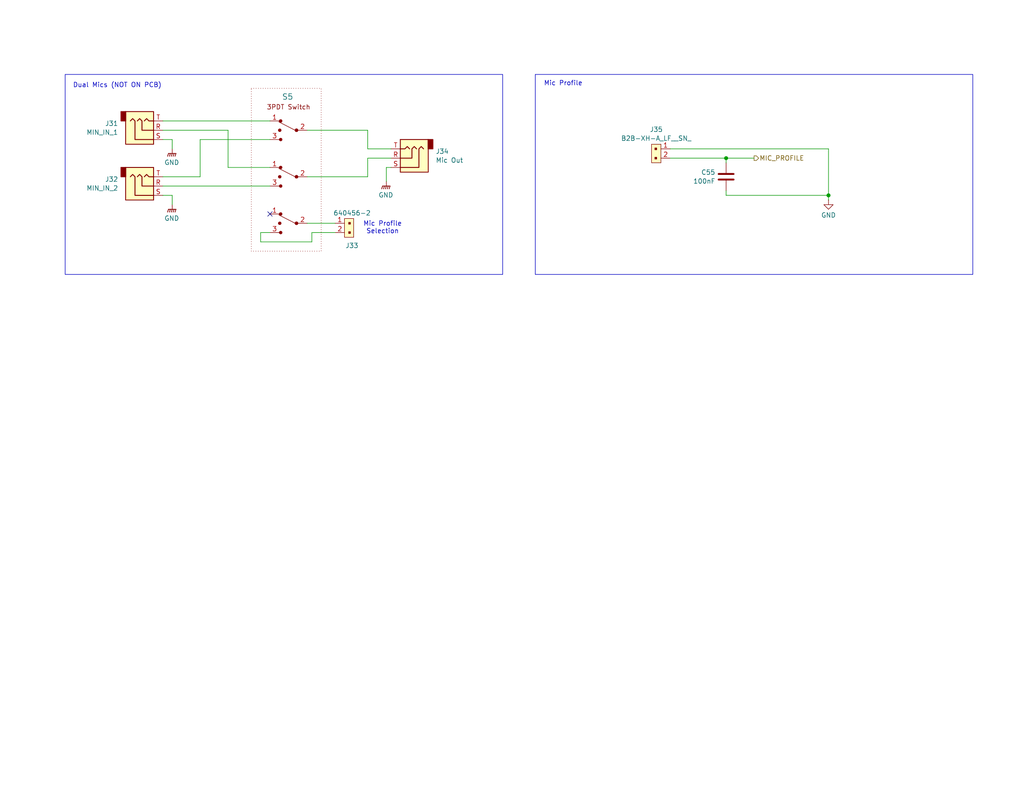
<source format=kicad_sch>
(kicad_sch (version 20250114) (generator "eeschema") (generator_version "9.0")
  (paper "USLetter")
  (title_block (title "KD0RC TeensyMaestro") (date "2025-07-27") (rev "v3.0") (company "NV0E") (comment 1 "Based on original design by KD0RC.") (comment 3 "PCB design by NV0E"))
  (lib_symbols
    (symbol "Connector_Audio:AudioJack3"
      (property "Reference" "J" (at 0 8.89 0))
      (property "Value" "AudioJack3" (at 0 6.35 0))
      (symbol "AudioJack3_0_1"
        (rectangle (start -5.08 -5.08) (end -6.35 -2.54) (stroke (width 0.254)) (fill (type outline)))
        (polyline (pts (xy -1.905 -2.54) (xy -1.27 -3.175) (xy -0.635 -2.54) (xy -0.635 0) (xy 2.54 0)) (stroke (width 0.254)))
        (polyline (pts (xy 0 -2.54) (xy 0.635 -3.175) (xy 1.27 -2.54) (xy 2.54 -2.54)) (stroke (width 0.254)))
        (rectangle (start 2.54 3.81) (end -5.08 -5.08) (stroke (width 0.254)) (fill (type background)))
        (polyline (pts (xy 2.54 2.54) (xy -2.54 2.54) (xy -2.54 -2.54) (xy -3.175 -3.175) (xy -3.81 -2.54)) (stroke (width 0.254)))
      )
      (symbol "AudioJack3_1_1"
        (pin passive line (at 5.08 2.54 180) (length 2.54) (name "~") (number "S"))
        (pin passive line (at 5.08 0 180) (length 2.54) (name "~") (number "R"))
        (pin passive line (at 5.08 -2.54 180) (length 2.54) (name "~") (number "T"))
      )
    )
    (symbol "Device:C" (pin_numbers (hide yes)) (pin_names (offset 0.254))
      (property "Reference" "C" (at 0.635 2.54 0))
      (property "Value" "C" (at 0.635 -2.54 0))
      (symbol "C_0_1"
        (polyline (pts (xy -2.032 0.762) (xy 2.032 0.762)) (stroke (width 0.508)))
        (polyline (pts (xy -2.032 -0.762) (xy 2.032 -0.762)) (stroke (width 0.508)))
      )
      (symbol "C_1_1"
        (pin passive line (at 0 3.81 270) (length 2.794) (name "~") (number "1"))
        (pin passive line (at 0 -3.81 90) (length 2.794) (name "~") (number "2"))
      )
    )
    (symbol "dk_Rectangular-Connectors-Headers-Male-Pins:640456-2" (pin_names (offset 1.016))
      (property "Reference" "J" (at -2.54 1.27 0))
      (property "Value" "640456-2" (at 1.27 -3.81 0))
      (symbol "640456-2_1_1"
        (rectangle (start -1.27 0) (end 3.81 -2.54) (fill (type background)))
        (rectangle (start -0.254 -1.143) (end 0.254 -1.651) (fill (type outline)))
        (rectangle (start 2.286 -1.143) (end 2.794 -1.651) (fill (type outline)))
        (pin passive line (at 0 2.54 270) (length 2.54) (name "~") (number "1"))
        (pin passive line (at 2.54 2.54 270) (length 2.54) (name "~") (number "2"))
      )
    )
    (symbol "dk_Rectangular-Connectors-Headers-Male-Pins:B2B-XH-A_LF__SN_" (pin_names (offset 1.016))
      (property "Reference" "J" (at -2.54 -1.27 0))
      (property "Value" "B2B-XH-A_LF__SN_" (at 1.27 -3.81 0))
      (symbol "B2B-XH-A_LF__SN__1_1"
        (rectangle (start -1.27 0) (end 3.81 -2.54) (fill (type background)))
        (rectangle (start -0.254 -1.143) (end 0.254 -1.651) (fill (type outline)))
        (rectangle (start 2.286 -1.143) (end 2.794 -1.651) (fill (type outline)))
        (pin passive line (at 0 2.54 270) (length 2.54) (name "~") (number "1"))
        (pin passive line (at 2.54 2.54 270) (length 2.54) (name "~") (number "2"))
      )
    )
    (symbol "dk_Toggle-Switches:100SP1T1B4M2QE" (pin_names (offset 0) (hide yes))
      (property "Reference" "S" (at -3.81 2.54 0))
      (property "Value" "100SP1T1B4M2QE" (at 0 -5.715 0))
      (symbol "100SP1T1B4M2QE_0_1"
        (circle (center -2.159 0) (radius 0.4064) (fill (type outline)))
        (circle (center 2.159 2.54) (radius 0.381) (fill (type outline)))
        (circle (center 2.159 -2.54) (radius 0.381) (fill (type outline)))
        (circle (center 2.413 0) (radius 0.381) (fill (type outline)))
        (polyline (pts (xy 2.667 2.286) (xy -1.778 0)))
      )
      (symbol "100SP1T1B4M2QE_1_1"
        (pin passive line (at -5.08 0 0) (length 2.54) (name "Com") (number "2"))
        (pin passive line (at 5.08 2.54 180) (length 2.54) (name "~") (number "1"))
        (pin passive line (at 5.08 -2.54 180) (length 2.54) (name "~") (number "3"))
      )
    )
    (symbol "power:GND" (power) (pin_numbers (hide yes)) (pin_names (offset 0) (hide yes))
      (property "Value" "GND" (at 0 -3.81 0))
      (symbol "GND_0_1"
        (polyline (pts (xy 0 0) (xy 0 -1.27) (xy 1.27 -1.27) (xy 0 -2.54) (xy -1.27 -1.27) (xy 0 -1.27)))
      )
      (symbol "GND_1_1"
        (pin power_in line (at 0 0 270) (length 0) (name "~") (number "1"))
      )
    )
    (symbol "power:GNDPWR" (power) (pin_numbers (hide yes)) (pin_names (offset 0) (hide yes))
      (property "Value" "GNDPWR" (at 0 -3.302 0))
      (symbol "GNDPWR_0_1"
        (polyline (pts (xy -1.016 -1.27) (xy -1.27 -2.032) (xy -1.27 -2.032)) (stroke (width 0.2032)))
        (polyline (pts (xy -0.508 -1.27) (xy -0.762 -2.032) (xy -0.762 -2.032)) (stroke (width 0.2032)))
        (polyline (pts (xy 0 -1.27) (xy 0 0)))
        (polyline (pts (xy 0 -1.27) (xy -0.254 -2.032) (xy -0.254 -2.032)) (stroke (width 0.2032)))
        (polyline (pts (xy 0.508 -1.27) (xy 0.254 -2.032) (xy 0.254 -2.032)) (stroke (width 0.2032)))
        (polyline (pts (xy 1.016 -1.27) (xy -1.016 -1.27) (xy -1.016 -1.27)) (stroke (width 0.2032)))
        (polyline (pts (xy 1.016 -1.27) (xy 0.762 -2.032) (xy 0.762 -2.032) (xy 0.762 -2.032)) (stroke (width 0.2032)))
      )
      (symbol "GNDPWR_1_1"
        (pin power_in line (at 0 0 270) (length 0) (name "~") (number "1"))
      )
    )
  )
  (rectangle (start 17.78 20.32) (end 137.16 74.93))
  (rectangle (start 68.58 24.13) (end 87.63 68.58) (stroke (width 0) (type dot) (color 132 0 0 1)))
  (rectangle (start 146.05 20.32) (end 265.43 74.93))
  (text "Mic Profile\nSelection" (at 104.394 62.23 0) (effects (font (size 1.27 1.27))))
  (text "Mic Profile" (at 153.67 22.86 0) (effects (font (size 1.27 1.27))))
  (text "3PDT Switch" (at 78.74 29.464 0) (effects (font (size 1.27 1.27))))
  (text "Dual Mics (NOT ON PCB)" (at 32.004 23.368 0) (effects (font (size 1.27 1.27))))
  (junction (at 198.12 43.18))
  (junction (at 226.06 53.34))
  (no_connect (at 73.66 58.42))
  (wire (pts (xy 100.33 35.56) (xy 100.33 40.64)))
  (wire (pts (xy 100.33 40.64) (xy 106.68 40.64)))
  (wire (pts (xy 182.88 43.18) (xy 198.12 43.18)))
  (wire (pts (xy 198.12 53.34) (xy 226.06 53.34)))
  (wire (pts (xy 105.41 45.72) (xy 105.41 49.53)))
  (wire (pts (xy 54.61 38.1) (xy 54.61 48.26)))
  (wire (pts (xy 226.06 40.64) (xy 226.06 53.34)))
  (wire (pts (xy 198.12 43.18) (xy 205.74 43.18)))
  (wire (pts (xy 73.66 38.1) (xy 54.61 38.1)))
  (wire (pts (xy 54.61 48.26) (xy 44.45 48.26)))
  (wire (pts (xy 44.45 50.8) (xy 73.66 50.8)))
  (wire (pts (xy 46.99 38.1) (xy 46.99 40.64)))
  (wire (pts (xy 83.82 35.56) (xy 100.33 35.56)))
  (wire (pts (xy 62.23 45.72) (xy 62.23 35.56)))
  (wire (pts (xy 182.88 40.64) (xy 226.06 40.64)))
  (wire (pts (xy 85.09 63.5) (xy 91.44 63.5)))
  (wire (pts (xy 44.45 38.1) (xy 46.99 38.1)))
  (wire (pts (xy 62.23 35.56) (xy 44.45 35.56)))
  (wire (pts (xy 71.12 63.5) (xy 71.12 66.04)))
  (wire (pts (xy 46.99 53.34) (xy 46.99 55.88)))
  (wire (pts (xy 100.33 43.18) (xy 106.68 43.18)))
  (wire (pts (xy 73.66 63.5) (xy 71.12 63.5)))
  (wire (pts (xy 44.45 53.34) (xy 46.99 53.34)))
  (wire (pts (xy 100.33 48.26) (xy 100.33 43.18)))
  (wire (pts (xy 83.82 48.26) (xy 100.33 48.26)))
  (wire (pts (xy 198.12 52.07) (xy 198.12 53.34)))
  (wire (pts (xy 198.12 44.45) (xy 198.12 43.18)))
  (wire (pts (xy 226.06 54.61) (xy 226.06 53.34)))
  (wire (pts (xy 106.68 45.72) (xy 105.41 45.72)))
  (wire (pts (xy 85.09 66.04) (xy 85.09 63.5)))
  (wire (pts (xy 73.66 33.02) (xy 44.45 33.02)))
  (wire (pts (xy 71.12 66.04) (xy 85.09 66.04)))
  (wire (pts (xy 73.66 45.72) (xy 62.23 45.72)))
  (wire (pts (xy 83.82 60.96) (xy 91.44 60.96)))
  (hierarchical_label "MIC_PROFILE" (shape output) (at 205.74 43.18 0))
  (symbol (lib_id "power:GNDPWR") (at 105.41 49.53 0) (unit 1) (on_board no)
    (property "Reference" "#PWR059" (effects (hide yes)))
    (property "Value" "GND" (at 105.283 53.2567 0))
    (property "Description" "Power symbol creates a global label with name \"GNDPWR\" , global ground" (effects (hide yes)))
  )
  (symbol (lib_id "Connector_Audio:AudioJack3") (at 39.37 50.8 0) (mirror x) (unit 1) (on_board no)
    (property "Reference" "J32" (at 32.258 48.9528 0) (effects (justify right)))
    (property "Value" "MIN_IN_2" (at 32.258 51.3771 0) (effects (justify right)))
    (property "Description" "Audio Jack, 3 Poles (Stereo / TRS)" (effects (hide yes)))
  )
  (symbol (lib_id "power:GNDPWR") (at 46.99 40.64 0) (unit 1) (on_board no)
    (property "Reference" "#PWR057" (effects (hide yes)))
    (property "Value" "GND" (at 46.863 44.3667 0))
    (property "Description" "Power symbol creates a global label with name \"GNDPWR\" , global ground" (effects (hide yes)))
  )
  (symbol (lib_id "power:GND") (at 226.06 54.61 0) (mirror y) (unit 1)
    (property "Reference" "#PWR060" (effects (hide yes)))
    (property "Value" "GND" (at 226.06 58.7431 0))
    (property "Description" "Power symbol creates a global label with name \"GND\" , ground" (effects (hide yes)))
  )
  (symbol (lib_id "dk_Toggle-Switches:100SP1T1B4M2QE") (at 78.74 60.96 0) (mirror y) (unit 1) (on_board no)
    (property "Reference" "S7" (effects (hide yes)))
    (property "Value" "100SP1T1B4M2QE" (effects (hide yes)))
    (property "Footprint" "digikey-footprints:Toggle_Switch_100SP1T1B4M2QE" (effects (hide yes)))
    (property "Datasheet" "http://spec_sheets.e-switch.com/specs/T111597.pdf" (effects (hide yes)))
    (property "Description" "SWITCH TOGGLE SPDT 5A 120V" (effects (hide yes)))
    (property "Digi-Key_PN" "EG2355-ND" (effects (hide yes)))
    (property "MPN" "100SP1T1B4M2QE" (effects (hide yes)))
    (property "Category" "Switches" (effects (hide yes)))
    (property "Family" "Toggle Switches" (effects (hide yes)))
    (property "DK_Datasheet_Link" "http://spec_sheets.e-switch.com/specs/T111597.pdf" (effects (hide yes)))
    (property "DK_Detail_Page" "/product-detail/en/e-switch/100SP1T1B4M2QE/EG2355-ND/378824" (effects (hide yes)))
    (property "Description_1" "SWITCH TOGGLE SPDT 5A 120V" (effects (hide yes)))
    (property "Manufacturer" "E-Switch" (effects (hide yes)))
    (property "Status" "Active" (effects (hide yes)))
  )
  (symbol (lib_id "Device:C") (at 198.12 48.26 0) (mirror y) (unit 1)
    (property "Reference" "C55" (at 195.199 47.0478 0) (effects (justify left)))
    (property "Value" "100nF" (at 195.199 49.4721 0) (effects (justify left)))
    (property "Footprint" "Capacitor_THT:C_Disc_D5.0mm_W2.5mm_P5.00mm" (effects (hide yes)))
    (property "Description" "Unpolarized capacitor" (effects (hide yes)))
  )
  (symbol (lib_id "dk_Rectangular-Connectors-Headers-Male-Pins:640456-2") (at 93.98 60.96 90) (mirror x) (unit 1) (on_board no)
    (property "Reference" "J33" (at 94.234 67.056 90) (effects (justify right)))
    (property "Value" "640456-2" (at 90.932 58.166 90) (effects (justify right)))
    (property "Footprint" "digikey-footprints:PinHeader_1x2_P2.54mm_Drill1.02mm" (effects (hide yes)))
    (property "Datasheet" "https://www.te.com/commerce/DocumentDelivery/DDEController?Action=srchrtrv&DocNm=640456&DocType=Customer+Drawing&DocLang=English" (effects (hide yes)))
    (property "Description" "CONN HEADER VERT 2POS 2.54MM" (effects (hide yes)))
    (property "Digi-Key_PN" "A1921-ND" (effects (hide yes)))
    (property "MPN" "640456-2" (effects (hide yes)))
    (property "Category" "Connectors, Interconnects" (effects (hide yes)))
    (property "Family" "Rectangular Connectors - Headers, Male Pins" (effects (hide yes)))
    (property "DK_Datasheet_Link" "https://www.te.com/commerce/DocumentDelivery/DDEController?Action=srchrtrv&DocNm=640456&DocType=Customer+Drawing&DocLang=English" (effects (hide yes)))
    (property "DK_Detail_Page" "/product-detail/en/te-connectivity-amp-connectors/640456-2/A1921-ND/109003" (effects (hide yes)))
    (property "Description_1" "CONN HEADER VERT 2POS 2.54MM" (effects (hide yes)))
    (property "Manufacturer" "TE Connectivity AMP Connectors" (effects (hide yes)))
    (property "Status" "Active" (effects (hide yes)))
  )
  (symbol (lib_id "Connector_Audio:AudioJack3") (at 111.76 43.18 180) (unit 1) (on_board no)
    (property "Reference" "J34" (at 118.872 41.3328 0) (effects (justify right)))
    (property "Value" "Mic Out" (at 118.872 43.7571 0) (effects (justify right)))
    (property "Description" "Audio Jack, 3 Poles (Stereo / TRS)" (effects (hide yes)))
  )
  (symbol (lib_id "dk_Toggle-Switches:100SP1T1B4M2QE") (at 78.74 48.26 0) (mirror y) (unit 1) (on_board no)
    (property "Reference" "S6" (effects (hide yes)))
    (property "Value" "100SP1T1B4M2QE" (effects (hide yes)))
    (property "Footprint" "digikey-footprints:Toggle_Switch_100SP1T1B4M2QE" (effects (hide yes)))
    (property "Datasheet" "http://spec_sheets.e-switch.com/specs/T111597.pdf" (effects (hide yes)))
    (property "Description" "SWITCH TOGGLE SPDT 5A 120V" (effects (hide yes)))
    (property "Digi-Key_PN" "EG2355-ND" (effects (hide yes)))
    (property "MPN" "100SP1T1B4M2QE" (effects (hide yes)))
    (property "Category" "Switches" (effects (hide yes)))
    (property "Family" "Toggle Switches" (effects (hide yes)))
    (property "DK_Datasheet_Link" "http://spec_sheets.e-switch.com/specs/T111597.pdf" (effects (hide yes)))
    (property "DK_Detail_Page" "/product-detail/en/e-switch/100SP1T1B4M2QE/EG2355-ND/378824" (effects (hide yes)))
    (property "Description_1" "SWITCH TOGGLE SPDT 5A 120V" (effects (hide yes)))
    (property "Manufacturer" "E-Switch" (effects (hide yes)))
    (property "Status" "Active" (effects (hide yes)))
  )
  (symbol (lib_id "dk_Toggle-Switches:100SP1T1B4M2QE") (at 78.74 35.56 0) (mirror y) (unit 1) (on_board no)
    (property "Reference" "S5" (at 78.486 26.416 0) (effects (font (size 1.524 1.524))))
    (property "Value" "100SP1T1B4M2QE" (effects (hide yes)))
    (property "Footprint" "digikey-footprints:Toggle_Switch_100SP1T1B4M2QE" (effects (hide yes)))
    (property "Datasheet" "http://spec_sheets.e-switch.com/specs/T111597.pdf" (effects (hide yes)))
    (property "Description" "SWITCH TOGGLE SPDT 5A 120V" (effects (hide yes)))
    (property "Digi-Key_PN" "EG2355-ND" (effects (hide yes)))
    (property "MPN" "100SP1T1B4M2QE" (effects (hide yes)))
    (property "Category" "Switches" (effects (hide yes)))
    (property "Family" "Toggle Switches" (effects (hide yes)))
    (property "DK_Datasheet_Link" "http://spec_sheets.e-switch.com/specs/T111597.pdf" (effects (hide yes)))
    (property "DK_Detail_Page" "/product-detail/en/e-switch/100SP1T1B4M2QE/EG2355-ND/378824" (effects (hide yes)))
    (property "Description_1" "SWITCH TOGGLE SPDT 5A 120V" (effects (hide yes)))
    (property "Manufacturer" "E-Switch" (effects (hide yes)))
    (property "Status" "Active" (effects (hide yes)))
  )
  (symbol (lib_id "power:GNDPWR") (at 46.99 55.88 0) (unit 1) (on_board no)
    (property "Reference" "#PWR058" (effects (hide yes)))
    (property "Value" "GND" (at 46.863 59.6067 0))
    (property "Description" "Power symbol creates a global label with name \"GNDPWR\" , global ground" (effects (hide yes)))
  )
  (symbol (lib_id "Connector_Audio:AudioJack3") (at 39.37 35.56 0) (mirror x) (unit 1) (on_board no)
    (property "Reference" "J31" (at 32.258 33.7128 0) (effects (justify right)))
    (property "Value" "MIN_IN_1" (at 32.258 36.1371 0) (effects (justify right)))
    (property "Description" "Audio Jack, 3 Poles (Stereo / TRS)" (effects (hide yes)))
  )
  (symbol (lib_id "dk_Rectangular-Connectors-Headers-Male-Pins:B2B-XH-A_LF__SN_") (at 180.34 40.64 270) (unit 1)
    (property "Reference" "J35" (at 179.07 35.3525 90))
    (property "Value" "B2B-XH-A_LF__SN_" (at 179.07 37.7768 90))
    (property "Footprint" "Connector_JST:JST_XH_B2B-XH-A_1x02_P2.50mm_Vertical" (effects (hide yes)))
    (property "Datasheet" "http://www.jst-mfg.com/product/pdf/eng/eXH.pdf" (effects (hide yes)))
    (property "Description" "CONN HEADER VERT 2POS 2.5MM" (effects (hide yes)))
    (property "Digi-Key_PN" "455-2247-ND" (effects (hide yes)))
    (property "MPN" "B2B-XH-A(LF)(SN)" (effects (hide yes)))
    (property "Category" "Connectors, Interconnects" (effects (hide yes)))
    (property "Family" "Rectangular Connectors - Headers, Male Pins" (effects (hide yes)))
    (property "DK_Datasheet_Link" "http://www.jst-mfg.com/product/pdf/eng/eXH.pdf" (effects (hide yes)))
    (property "DK_Detail_Page" "/product-detail/en/jst-sales-america-inc/B2B-XH-A(LF)(SN)/455-2247-ND/1651045" (effects (hide yes)))
    (property "Description_1" "CONN HEADER VERT 2POS 2.5MM" (effects (hide yes)))
    (property "Manufacturer" "JST Sales America Inc." (effects (hide yes)))
    (property "Status" "Active" (effects (hide yes)))
  )
)
</source>
